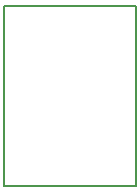
<source format=gko>
G04 #@! TF.FileFunction,Profile,NP*
%FSLAX46Y46*%
G04 Gerber Fmt 4.6, Leading zero omitted, Abs format (unit mm)*
G04 Created by KiCad (PCBNEW (2015-11-24 BZR 6329)-product) date Wed 21 Sep 2016 04:02:30 AM EDT*
%MOMM*%
G01*
G04 APERTURE LIST*
%ADD10C,0.100000*%
%ADD11C,0.150000*%
G04 APERTURE END LIST*
D10*
D11*
X138684000Y-91948000D02*
X149860000Y-91948000D01*
X149860000Y-107188000D02*
X138684000Y-107188000D01*
X149860000Y-91948000D02*
X149860000Y-107188000D01*
X138684000Y-91948000D02*
X138684000Y-107188000D01*
M02*

</source>
